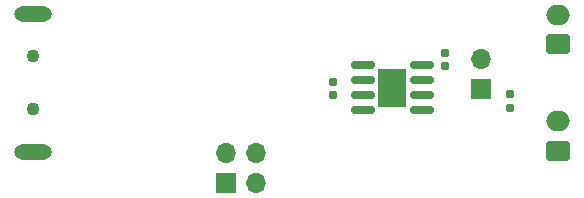
<source format=gbr>
%TF.GenerationSoftware,KiCad,Pcbnew,8.0.3*%
%TF.CreationDate,2024-07-05T22:26:41-07:00*%
%TF.ProjectId,can-opener,63616e2d-6f70-4656-9e65-722e6b696361,rev?*%
%TF.SameCoordinates,Original*%
%TF.FileFunction,Soldermask,Bot*%
%TF.FilePolarity,Negative*%
%FSLAX46Y46*%
G04 Gerber Fmt 4.6, Leading zero omitted, Abs format (unit mm)*
G04 Created by KiCad (PCBNEW 8.0.3) date 2024-07-05 22:26:41*
%MOMM*%
%LPD*%
G01*
G04 APERTURE LIST*
G04 Aperture macros list*
%AMRoundRect*
0 Rectangle with rounded corners*
0 $1 Rounding radius*
0 $2 $3 $4 $5 $6 $7 $8 $9 X,Y pos of 4 corners*
0 Add a 4 corners polygon primitive as box body*
4,1,4,$2,$3,$4,$5,$6,$7,$8,$9,$2,$3,0*
0 Add four circle primitives for the rounded corners*
1,1,$1+$1,$2,$3*
1,1,$1+$1,$4,$5*
1,1,$1+$1,$6,$7*
1,1,$1+$1,$8,$9*
0 Add four rect primitives between the rounded corners*
20,1,$1+$1,$2,$3,$4,$5,0*
20,1,$1+$1,$4,$5,$6,$7,0*
20,1,$1+$1,$6,$7,$8,$9,0*
20,1,$1+$1,$8,$9,$2,$3,0*%
G04 Aperture macros list end*
%ADD10O,1.700000X1.700000*%
%ADD11R,1.700000X1.700000*%
%ADD12R,2.410000X3.300000*%
%ADD13RoundRect,0.150000X-0.825000X-0.150000X0.825000X-0.150000X0.825000X0.150000X-0.825000X0.150000X0*%
%ADD14RoundRect,0.160000X-0.160000X0.197500X-0.160000X-0.197500X0.160000X-0.197500X0.160000X0.197500X0*%
%ADD15O,2.000000X1.700000*%
%ADD16RoundRect,0.250000X0.750000X-0.600000X0.750000X0.600000X-0.750000X0.600000X-0.750000X-0.600000X0*%
%ADD17C,1.100000*%
%ADD18O,3.200000X1.300000*%
%ADD19RoundRect,0.155000X0.155000X-0.212500X0.155000X0.212500X-0.155000X0.212500X-0.155000X-0.212500X0*%
%ADD20RoundRect,0.155000X-0.155000X0.212500X-0.155000X-0.212500X0.155000X-0.212500X0.155000X0.212500X0*%
G04 APERTURE END LIST*
D10*
%TO.C,J301*%
X132500000Y-86460000D03*
D11*
X132500000Y-89000000D03*
%TD*%
D12*
%TO.C,U301*%
X125025000Y-88905000D03*
D13*
X127500000Y-90810000D03*
X127500000Y-89540000D03*
X127500000Y-88270000D03*
X127500000Y-87000000D03*
X122550000Y-87000000D03*
X122550000Y-88270000D03*
X122550000Y-89540000D03*
X122550000Y-90810000D03*
%TD*%
D14*
%TO.C,R301*%
X135000000Y-89402500D03*
X135000000Y-90597500D03*
%TD*%
D11*
%TO.C,J504*%
X110960000Y-97000000D03*
D10*
X110960000Y-94460000D03*
X113500000Y-97000000D03*
X113500000Y-94460000D03*
%TD*%
D15*
%TO.C,J503*%
X139050000Y-82750000D03*
D16*
X139050000Y-85250000D03*
%TD*%
D15*
%TO.C,J502*%
X139050000Y-91750000D03*
D16*
X139050000Y-94250000D03*
%TD*%
D17*
%TO.C,J501*%
X94575000Y-90750000D03*
X94575000Y-86250000D03*
D18*
X94575000Y-94350000D03*
X94575000Y-82650000D03*
%TD*%
D19*
%TO.C,C302*%
X129500000Y-87067500D03*
X129500000Y-85932500D03*
%TD*%
D20*
%TO.C,C301*%
X120000000Y-88432500D03*
X120000000Y-89567500D03*
%TD*%
M02*

</source>
